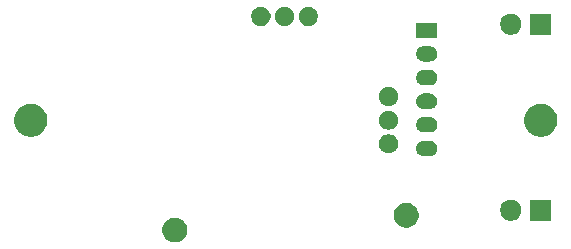
<source format=gbr>
G04 #@! TF.GenerationSoftware,KiCad,Pcbnew,5.1.5-52549c5~86~ubuntu18.04.1*
G04 #@! TF.CreationDate,2020-05-17T18:20:31-04:00*
G04 #@! TF.ProjectId,2020 05 PSP Joystick Breakout,32303230-2030-4352-9050-5350204a6f79,rev?*
G04 #@! TF.SameCoordinates,Original*
G04 #@! TF.FileFunction,Soldermask,Bot*
G04 #@! TF.FilePolarity,Negative*
%FSLAX46Y46*%
G04 Gerber Fmt 4.6, Leading zero omitted, Abs format (unit mm)*
G04 Created by KiCad (PCBNEW 5.1.5-52549c5~86~ubuntu18.04.1) date 2020-05-17 18:20:31*
%MOMM*%
%LPD*%
G04 APERTURE LIST*
%ADD10C,0.100000*%
G04 APERTURE END LIST*
D10*
G36*
X149656564Y-128939389D02*
G01*
X149847833Y-129018615D01*
X149847835Y-129018616D01*
X149922426Y-129068456D01*
X150019973Y-129133635D01*
X150166365Y-129280027D01*
X150281385Y-129452167D01*
X150360611Y-129643436D01*
X150401000Y-129846484D01*
X150401000Y-130053516D01*
X150360611Y-130256564D01*
X150281385Y-130447833D01*
X150281384Y-130447835D01*
X150166365Y-130619973D01*
X150019973Y-130766365D01*
X149847835Y-130881384D01*
X149847834Y-130881385D01*
X149847833Y-130881385D01*
X149656564Y-130960611D01*
X149453516Y-131001000D01*
X149246484Y-131001000D01*
X149043436Y-130960611D01*
X148852167Y-130881385D01*
X148852166Y-130881385D01*
X148852165Y-130881384D01*
X148680027Y-130766365D01*
X148533635Y-130619973D01*
X148418616Y-130447835D01*
X148418615Y-130447833D01*
X148339389Y-130256564D01*
X148299000Y-130053516D01*
X148299000Y-129846484D01*
X148339389Y-129643436D01*
X148418615Y-129452167D01*
X148533635Y-129280027D01*
X148680027Y-129133635D01*
X148777574Y-129068456D01*
X148852165Y-129018616D01*
X148852167Y-129018615D01*
X149043436Y-128939389D01*
X149246484Y-128899000D01*
X149453516Y-128899000D01*
X149656564Y-128939389D01*
G37*
G36*
X169256564Y-127689389D02*
G01*
X169447833Y-127768615D01*
X169447835Y-127768616D01*
X169559482Y-127843216D01*
X169619973Y-127883635D01*
X169766365Y-128030027D01*
X169881385Y-128202167D01*
X169960611Y-128393436D01*
X170001000Y-128596484D01*
X170001000Y-128803516D01*
X169960611Y-129006564D01*
X169881385Y-129197833D01*
X169881384Y-129197835D01*
X169766365Y-129369973D01*
X169619973Y-129516365D01*
X169447835Y-129631384D01*
X169447834Y-129631385D01*
X169447833Y-129631385D01*
X169256564Y-129710611D01*
X169053516Y-129751000D01*
X168846484Y-129751000D01*
X168643436Y-129710611D01*
X168452167Y-129631385D01*
X168452166Y-129631385D01*
X168452165Y-129631384D01*
X168280027Y-129516365D01*
X168133635Y-129369973D01*
X168018616Y-129197835D01*
X168018615Y-129197833D01*
X167939389Y-129006564D01*
X167899000Y-128803516D01*
X167899000Y-128596484D01*
X167939389Y-128393436D01*
X168018615Y-128202167D01*
X168133635Y-128030027D01*
X168280027Y-127883635D01*
X168340518Y-127843216D01*
X168452165Y-127768616D01*
X168452167Y-127768615D01*
X168643436Y-127689389D01*
X168846484Y-127649000D01*
X169053516Y-127649000D01*
X169256564Y-127689389D01*
G37*
G36*
X181241000Y-129171000D02*
G01*
X179439000Y-129171000D01*
X179439000Y-127369000D01*
X181241000Y-127369000D01*
X181241000Y-129171000D01*
G37*
G36*
X177913512Y-127373927D02*
G01*
X178062812Y-127403624D01*
X178226784Y-127471544D01*
X178374354Y-127570147D01*
X178499853Y-127695646D01*
X178598456Y-127843216D01*
X178666376Y-128007188D01*
X178701000Y-128181259D01*
X178701000Y-128358741D01*
X178666376Y-128532812D01*
X178598456Y-128696784D01*
X178499853Y-128844354D01*
X178374354Y-128969853D01*
X178226784Y-129068456D01*
X178062812Y-129136376D01*
X177913512Y-129166073D01*
X177888742Y-129171000D01*
X177711258Y-129171000D01*
X177686488Y-129166073D01*
X177537188Y-129136376D01*
X177373216Y-129068456D01*
X177225646Y-128969853D01*
X177100147Y-128844354D01*
X177001544Y-128696784D01*
X176933624Y-128532812D01*
X176899000Y-128358741D01*
X176899000Y-128181259D01*
X176933624Y-128007188D01*
X177001544Y-127843216D01*
X177100147Y-127695646D01*
X177225646Y-127570147D01*
X177373216Y-127471544D01*
X177537188Y-127403624D01*
X177686488Y-127373927D01*
X177711258Y-127369000D01*
X177888742Y-127369000D01*
X177913512Y-127373927D01*
G37*
G36*
X171001855Y-122382140D02*
G01*
X171065618Y-122388420D01*
X171146176Y-122412857D01*
X171188336Y-122425646D01*
X171301425Y-122486094D01*
X171400554Y-122567446D01*
X171481906Y-122666575D01*
X171542354Y-122779664D01*
X171542355Y-122779668D01*
X171579580Y-122902382D01*
X171592149Y-123030000D01*
X171579580Y-123157618D01*
X171552040Y-123248404D01*
X171542354Y-123280336D01*
X171481906Y-123393425D01*
X171400554Y-123492554D01*
X171301425Y-123573906D01*
X171188336Y-123634354D01*
X171156404Y-123644040D01*
X171065618Y-123671580D01*
X171001855Y-123677860D01*
X170969974Y-123681000D01*
X170406026Y-123681000D01*
X170374145Y-123677860D01*
X170310382Y-123671580D01*
X170219596Y-123644040D01*
X170187664Y-123634354D01*
X170074575Y-123573906D01*
X169975446Y-123492554D01*
X169894094Y-123393425D01*
X169833646Y-123280336D01*
X169823960Y-123248404D01*
X169796420Y-123157618D01*
X169783851Y-123030000D01*
X169796420Y-122902382D01*
X169833645Y-122779668D01*
X169833646Y-122779664D01*
X169894094Y-122666575D01*
X169975446Y-122567446D01*
X170074575Y-122486094D01*
X170187664Y-122425646D01*
X170229824Y-122412857D01*
X170310382Y-122388420D01*
X170374145Y-122382140D01*
X170406026Y-122379000D01*
X170969974Y-122379000D01*
X171001855Y-122382140D01*
G37*
G36*
X167687142Y-121868242D02*
G01*
X167835101Y-121929529D01*
X167968255Y-122018499D01*
X168081501Y-122131745D01*
X168170471Y-122264899D01*
X168231758Y-122412858D01*
X168263000Y-122569925D01*
X168263000Y-122730075D01*
X168231758Y-122887142D01*
X168170471Y-123035101D01*
X168081501Y-123168255D01*
X167968255Y-123281501D01*
X167835101Y-123370471D01*
X167687142Y-123431758D01*
X167530075Y-123463000D01*
X167369925Y-123463000D01*
X167212858Y-123431758D01*
X167064899Y-123370471D01*
X166931745Y-123281501D01*
X166818499Y-123168255D01*
X166729529Y-123035101D01*
X166668242Y-122887142D01*
X166637000Y-122730075D01*
X166637000Y-122569925D01*
X166668242Y-122412858D01*
X166729529Y-122264899D01*
X166818499Y-122131745D01*
X166931745Y-122018499D01*
X167064899Y-121929529D01*
X167212858Y-121868242D01*
X167369925Y-121837000D01*
X167530075Y-121837000D01*
X167687142Y-121868242D01*
G37*
G36*
X180635505Y-119280332D02*
G01*
X180748657Y-119302839D01*
X180854267Y-119346585D01*
X181003621Y-119408449D01*
X181003622Y-119408450D01*
X181233086Y-119561772D01*
X181428228Y-119756914D01*
X181502615Y-119868243D01*
X181581551Y-119986379D01*
X181594856Y-120018501D01*
X181687161Y-120241343D01*
X181691847Y-120264900D01*
X181735845Y-120486095D01*
X181741000Y-120512014D01*
X181741000Y-120787986D01*
X181691847Y-121035101D01*
X181687161Y-121058656D01*
X181581551Y-121313621D01*
X181581550Y-121313622D01*
X181428228Y-121543086D01*
X181233086Y-121738228D01*
X181085262Y-121837000D01*
X181003621Y-121891551D01*
X180854267Y-121953415D01*
X180748657Y-121997161D01*
X180658433Y-122015107D01*
X180477988Y-122051000D01*
X180202012Y-122051000D01*
X180021567Y-122015107D01*
X179931343Y-121997161D01*
X179825733Y-121953415D01*
X179676379Y-121891551D01*
X179594738Y-121837000D01*
X179446914Y-121738228D01*
X179251772Y-121543086D01*
X179098450Y-121313622D01*
X179098449Y-121313621D01*
X178992839Y-121058656D01*
X178988154Y-121035101D01*
X178939000Y-120787986D01*
X178939000Y-120512014D01*
X178944156Y-120486095D01*
X178988153Y-120264900D01*
X178992839Y-120241343D01*
X179085144Y-120018501D01*
X179098449Y-119986379D01*
X179177385Y-119868243D01*
X179251772Y-119756914D01*
X179446914Y-119561772D01*
X179676378Y-119408450D01*
X179676379Y-119408449D01*
X179825733Y-119346585D01*
X179931343Y-119302839D01*
X180044495Y-119280332D01*
X180202012Y-119249000D01*
X180477988Y-119249000D01*
X180635505Y-119280332D01*
G37*
G36*
X137455505Y-119280332D02*
G01*
X137568657Y-119302839D01*
X137674267Y-119346585D01*
X137823621Y-119408449D01*
X137823622Y-119408450D01*
X138053086Y-119561772D01*
X138248228Y-119756914D01*
X138322615Y-119868243D01*
X138401551Y-119986379D01*
X138414856Y-120018501D01*
X138507161Y-120241343D01*
X138511847Y-120264900D01*
X138555845Y-120486095D01*
X138561000Y-120512014D01*
X138561000Y-120787986D01*
X138511847Y-121035101D01*
X138507161Y-121058656D01*
X138401551Y-121313621D01*
X138401550Y-121313622D01*
X138248228Y-121543086D01*
X138053086Y-121738228D01*
X137905262Y-121837000D01*
X137823621Y-121891551D01*
X137674267Y-121953415D01*
X137568657Y-121997161D01*
X137478433Y-122015107D01*
X137297988Y-122051000D01*
X137022012Y-122051000D01*
X136841567Y-122015107D01*
X136751343Y-121997161D01*
X136645733Y-121953415D01*
X136496379Y-121891551D01*
X136414738Y-121837000D01*
X136266914Y-121738228D01*
X136071772Y-121543086D01*
X135918450Y-121313622D01*
X135918449Y-121313621D01*
X135812839Y-121058656D01*
X135808154Y-121035101D01*
X135759000Y-120787986D01*
X135759000Y-120512014D01*
X135764156Y-120486095D01*
X135808153Y-120264900D01*
X135812839Y-120241343D01*
X135905144Y-120018501D01*
X135918449Y-119986379D01*
X135997385Y-119868243D01*
X136071772Y-119756914D01*
X136266914Y-119561772D01*
X136496378Y-119408450D01*
X136496379Y-119408449D01*
X136645733Y-119346585D01*
X136751343Y-119302839D01*
X136864495Y-119280332D01*
X137022012Y-119249000D01*
X137297988Y-119249000D01*
X137455505Y-119280332D01*
G37*
G36*
X171001855Y-120382140D02*
G01*
X171065618Y-120388420D01*
X171146176Y-120412857D01*
X171188336Y-120425646D01*
X171301425Y-120486094D01*
X171400554Y-120567446D01*
X171481906Y-120666575D01*
X171542354Y-120779664D01*
X171542355Y-120779668D01*
X171579580Y-120902382D01*
X171592149Y-121030000D01*
X171579580Y-121157618D01*
X171552040Y-121248404D01*
X171542354Y-121280336D01*
X171481906Y-121393425D01*
X171400554Y-121492554D01*
X171301425Y-121573906D01*
X171188336Y-121634354D01*
X171156404Y-121644040D01*
X171065618Y-121671580D01*
X171001855Y-121677860D01*
X170969974Y-121681000D01*
X170406026Y-121681000D01*
X170374145Y-121677860D01*
X170310382Y-121671580D01*
X170219596Y-121644040D01*
X170187664Y-121634354D01*
X170074575Y-121573906D01*
X169975446Y-121492554D01*
X169894094Y-121393425D01*
X169833646Y-121280336D01*
X169823960Y-121248404D01*
X169796420Y-121157618D01*
X169783851Y-121030000D01*
X169796420Y-120902382D01*
X169833645Y-120779668D01*
X169833646Y-120779664D01*
X169894094Y-120666575D01*
X169975446Y-120567446D01*
X170074575Y-120486094D01*
X170187664Y-120425646D01*
X170229824Y-120412857D01*
X170310382Y-120388420D01*
X170374145Y-120382140D01*
X170406026Y-120379000D01*
X170969974Y-120379000D01*
X171001855Y-120382140D01*
G37*
G36*
X167687142Y-119868242D02*
G01*
X167835101Y-119929529D01*
X167968255Y-120018499D01*
X168081501Y-120131745D01*
X168170471Y-120264899D01*
X168231758Y-120412858D01*
X168263000Y-120569925D01*
X168263000Y-120730075D01*
X168231758Y-120887142D01*
X168170471Y-121035101D01*
X168081501Y-121168255D01*
X167968255Y-121281501D01*
X167835101Y-121370471D01*
X167687142Y-121431758D01*
X167530075Y-121463000D01*
X167369925Y-121463000D01*
X167212858Y-121431758D01*
X167064899Y-121370471D01*
X166931745Y-121281501D01*
X166818499Y-121168255D01*
X166729529Y-121035101D01*
X166668242Y-120887142D01*
X166637000Y-120730075D01*
X166637000Y-120569925D01*
X166668242Y-120412858D01*
X166729529Y-120264899D01*
X166818499Y-120131745D01*
X166931745Y-120018499D01*
X167064899Y-119929529D01*
X167212858Y-119868242D01*
X167369925Y-119837000D01*
X167530075Y-119837000D01*
X167687142Y-119868242D01*
G37*
G36*
X171001855Y-118382140D02*
G01*
X171065618Y-118388420D01*
X171146176Y-118412857D01*
X171188336Y-118425646D01*
X171301425Y-118486094D01*
X171400554Y-118567446D01*
X171481906Y-118666575D01*
X171542354Y-118779664D01*
X171542355Y-118779668D01*
X171579580Y-118902382D01*
X171592149Y-119030000D01*
X171579580Y-119157618D01*
X171552040Y-119248404D01*
X171542354Y-119280336D01*
X171481906Y-119393425D01*
X171400554Y-119492554D01*
X171301425Y-119573906D01*
X171188336Y-119634354D01*
X171156404Y-119644040D01*
X171065618Y-119671580D01*
X171001855Y-119677860D01*
X170969974Y-119681000D01*
X170406026Y-119681000D01*
X170374145Y-119677860D01*
X170310382Y-119671580D01*
X170219596Y-119644040D01*
X170187664Y-119634354D01*
X170074575Y-119573906D01*
X169975446Y-119492554D01*
X169894094Y-119393425D01*
X169833646Y-119280336D01*
X169823960Y-119248404D01*
X169796420Y-119157618D01*
X169783851Y-119030000D01*
X169796420Y-118902382D01*
X169833645Y-118779668D01*
X169833646Y-118779664D01*
X169894094Y-118666575D01*
X169975446Y-118567446D01*
X170074575Y-118486094D01*
X170187664Y-118425646D01*
X170229824Y-118412857D01*
X170310382Y-118388420D01*
X170374145Y-118382140D01*
X170406026Y-118379000D01*
X170969974Y-118379000D01*
X171001855Y-118382140D01*
G37*
G36*
X167687142Y-117868242D02*
G01*
X167835101Y-117929529D01*
X167968255Y-118018499D01*
X168081501Y-118131745D01*
X168170471Y-118264899D01*
X168231758Y-118412858D01*
X168263000Y-118569925D01*
X168263000Y-118730075D01*
X168231758Y-118887142D01*
X168170471Y-119035101D01*
X168081501Y-119168255D01*
X167968255Y-119281501D01*
X167835101Y-119370471D01*
X167687142Y-119431758D01*
X167530075Y-119463000D01*
X167369925Y-119463000D01*
X167212858Y-119431758D01*
X167064899Y-119370471D01*
X166931745Y-119281501D01*
X166818499Y-119168255D01*
X166729529Y-119035101D01*
X166668242Y-118887142D01*
X166637000Y-118730075D01*
X166637000Y-118569925D01*
X166668242Y-118412858D01*
X166729529Y-118264899D01*
X166818499Y-118131745D01*
X166931745Y-118018499D01*
X167064899Y-117929529D01*
X167212858Y-117868242D01*
X167369925Y-117837000D01*
X167530075Y-117837000D01*
X167687142Y-117868242D01*
G37*
G36*
X171001855Y-116382140D02*
G01*
X171065618Y-116388420D01*
X171156404Y-116415960D01*
X171188336Y-116425646D01*
X171301425Y-116486094D01*
X171400554Y-116567446D01*
X171481906Y-116666575D01*
X171542354Y-116779664D01*
X171542355Y-116779668D01*
X171579580Y-116902382D01*
X171592149Y-117030000D01*
X171579580Y-117157618D01*
X171552040Y-117248404D01*
X171542354Y-117280336D01*
X171481906Y-117393425D01*
X171400554Y-117492554D01*
X171301425Y-117573906D01*
X171188336Y-117634354D01*
X171156404Y-117644040D01*
X171065618Y-117671580D01*
X171001855Y-117677860D01*
X170969974Y-117681000D01*
X170406026Y-117681000D01*
X170374145Y-117677860D01*
X170310382Y-117671580D01*
X170219596Y-117644040D01*
X170187664Y-117634354D01*
X170074575Y-117573906D01*
X169975446Y-117492554D01*
X169894094Y-117393425D01*
X169833646Y-117280336D01*
X169823960Y-117248404D01*
X169796420Y-117157618D01*
X169783851Y-117030000D01*
X169796420Y-116902382D01*
X169833645Y-116779668D01*
X169833646Y-116779664D01*
X169894094Y-116666575D01*
X169975446Y-116567446D01*
X170074575Y-116486094D01*
X170187664Y-116425646D01*
X170219596Y-116415960D01*
X170310382Y-116388420D01*
X170374145Y-116382140D01*
X170406026Y-116379000D01*
X170969974Y-116379000D01*
X171001855Y-116382140D01*
G37*
G36*
X171001855Y-114382140D02*
G01*
X171065618Y-114388420D01*
X171156404Y-114415960D01*
X171188336Y-114425646D01*
X171301425Y-114486094D01*
X171400554Y-114567446D01*
X171481906Y-114666575D01*
X171542354Y-114779664D01*
X171542355Y-114779668D01*
X171579580Y-114902382D01*
X171592149Y-115030000D01*
X171579580Y-115157618D01*
X171552040Y-115248404D01*
X171542354Y-115280336D01*
X171481906Y-115393425D01*
X171400554Y-115492554D01*
X171301425Y-115573906D01*
X171188336Y-115634354D01*
X171156404Y-115644040D01*
X171065618Y-115671580D01*
X171001855Y-115677860D01*
X170969974Y-115681000D01*
X170406026Y-115681000D01*
X170374145Y-115677860D01*
X170310382Y-115671580D01*
X170219596Y-115644040D01*
X170187664Y-115634354D01*
X170074575Y-115573906D01*
X169975446Y-115492554D01*
X169894094Y-115393425D01*
X169833646Y-115280336D01*
X169823960Y-115248404D01*
X169796420Y-115157618D01*
X169783851Y-115030000D01*
X169796420Y-114902382D01*
X169833645Y-114779668D01*
X169833646Y-114779664D01*
X169894094Y-114666575D01*
X169975446Y-114567446D01*
X170074575Y-114486094D01*
X170187664Y-114425646D01*
X170219596Y-114415960D01*
X170310382Y-114388420D01*
X170374145Y-114382140D01*
X170406026Y-114379000D01*
X170969974Y-114379000D01*
X171001855Y-114382140D01*
G37*
G36*
X171589000Y-113681000D02*
G01*
X169787000Y-113681000D01*
X169787000Y-112379000D01*
X171589000Y-112379000D01*
X171589000Y-113681000D01*
G37*
G36*
X177913512Y-111625927D02*
G01*
X178062812Y-111655624D01*
X178226784Y-111723544D01*
X178374354Y-111822147D01*
X178499853Y-111947646D01*
X178598456Y-112095216D01*
X178666376Y-112259188D01*
X178701000Y-112433259D01*
X178701000Y-112610741D01*
X178666376Y-112784812D01*
X178598456Y-112948784D01*
X178499853Y-113096354D01*
X178374354Y-113221853D01*
X178226784Y-113320456D01*
X178062812Y-113388376D01*
X177913512Y-113418073D01*
X177888742Y-113423000D01*
X177711258Y-113423000D01*
X177686488Y-113418073D01*
X177537188Y-113388376D01*
X177373216Y-113320456D01*
X177225646Y-113221853D01*
X177100147Y-113096354D01*
X177001544Y-112948784D01*
X176933624Y-112784812D01*
X176899000Y-112610741D01*
X176899000Y-112433259D01*
X176933624Y-112259188D01*
X177001544Y-112095216D01*
X177100147Y-111947646D01*
X177225646Y-111822147D01*
X177373216Y-111723544D01*
X177537188Y-111655624D01*
X177686488Y-111625927D01*
X177711258Y-111621000D01*
X177888742Y-111621000D01*
X177913512Y-111625927D01*
G37*
G36*
X181241000Y-113423000D02*
G01*
X179439000Y-113423000D01*
X179439000Y-111621000D01*
X181241000Y-111621000D01*
X181241000Y-113423000D01*
G37*
G36*
X156887142Y-111068242D02*
G01*
X157035101Y-111129529D01*
X157168255Y-111218499D01*
X157281501Y-111331745D01*
X157370471Y-111464899D01*
X157431758Y-111612858D01*
X157463000Y-111769925D01*
X157463000Y-111930075D01*
X157431758Y-112087142D01*
X157370471Y-112235101D01*
X157281501Y-112368255D01*
X157168255Y-112481501D01*
X157035101Y-112570471D01*
X156887142Y-112631758D01*
X156730075Y-112663000D01*
X156569925Y-112663000D01*
X156412858Y-112631758D01*
X156264899Y-112570471D01*
X156131745Y-112481501D01*
X156018499Y-112368255D01*
X155929529Y-112235101D01*
X155868242Y-112087142D01*
X155837000Y-111930075D01*
X155837000Y-111769925D01*
X155868242Y-111612858D01*
X155929529Y-111464899D01*
X156018499Y-111331745D01*
X156131745Y-111218499D01*
X156264899Y-111129529D01*
X156412858Y-111068242D01*
X156569925Y-111037000D01*
X156730075Y-111037000D01*
X156887142Y-111068242D01*
G37*
G36*
X160887142Y-111068242D02*
G01*
X161035101Y-111129529D01*
X161168255Y-111218499D01*
X161281501Y-111331745D01*
X161370471Y-111464899D01*
X161431758Y-111612858D01*
X161463000Y-111769925D01*
X161463000Y-111930075D01*
X161431758Y-112087142D01*
X161370471Y-112235101D01*
X161281501Y-112368255D01*
X161168255Y-112481501D01*
X161035101Y-112570471D01*
X160887142Y-112631758D01*
X160730075Y-112663000D01*
X160569925Y-112663000D01*
X160412858Y-112631758D01*
X160264899Y-112570471D01*
X160131745Y-112481501D01*
X160018499Y-112368255D01*
X159929529Y-112235101D01*
X159868242Y-112087142D01*
X159837000Y-111930075D01*
X159837000Y-111769925D01*
X159868242Y-111612858D01*
X159929529Y-111464899D01*
X160018499Y-111331745D01*
X160131745Y-111218499D01*
X160264899Y-111129529D01*
X160412858Y-111068242D01*
X160569925Y-111037000D01*
X160730075Y-111037000D01*
X160887142Y-111068242D01*
G37*
G36*
X158887142Y-111068242D02*
G01*
X159035101Y-111129529D01*
X159168255Y-111218499D01*
X159281501Y-111331745D01*
X159370471Y-111464899D01*
X159431758Y-111612858D01*
X159463000Y-111769925D01*
X159463000Y-111930075D01*
X159431758Y-112087142D01*
X159370471Y-112235101D01*
X159281501Y-112368255D01*
X159168255Y-112481501D01*
X159035101Y-112570471D01*
X158887142Y-112631758D01*
X158730075Y-112663000D01*
X158569925Y-112663000D01*
X158412858Y-112631758D01*
X158264899Y-112570471D01*
X158131745Y-112481501D01*
X158018499Y-112368255D01*
X157929529Y-112235101D01*
X157868242Y-112087142D01*
X157837000Y-111930075D01*
X157837000Y-111769925D01*
X157868242Y-111612858D01*
X157929529Y-111464899D01*
X158018499Y-111331745D01*
X158131745Y-111218499D01*
X158264899Y-111129529D01*
X158412858Y-111068242D01*
X158569925Y-111037000D01*
X158730075Y-111037000D01*
X158887142Y-111068242D01*
G37*
M02*

</source>
